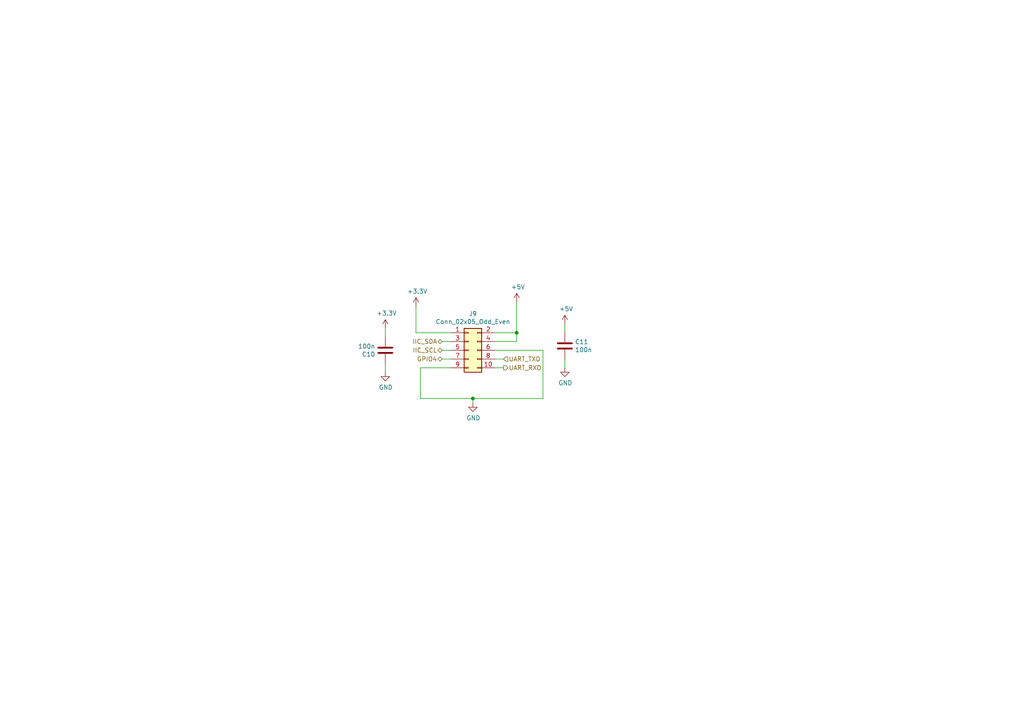
<source format=kicad_sch>
(kicad_sch (version 20230121) (generator eeschema)
  (paper "A4")
  (title_block (title "WS2812 Simple Controller") (date "2023-03-09") (company "Stefan Misik") (comment 1 "RPi RTC Module"))
  (lib_symbols
    (symbol "Connector_Generic:Conn_02x05_Odd_Even" (pin_names (offset 1.016) hide)
      (property "Reference" "J" (at 1.27 7.62 0))
      (property "Value" "Conn_02x05_Odd_Even" (at 1.27 -7.62 0))
      (symbol "Conn_02x05_Odd_Even_1_1"
        (rectangle (start -1.27 -4.953) (end 0 -5.207) (stroke (width 0.1524)))
        (rectangle (start -1.27 -2.413) (end 0 -2.667) (stroke (width 0.1524)))
        (rectangle (start -1.27 0.127) (end 0 -0.127) (stroke (width 0.1524)))
        (rectangle (start -1.27 2.667) (end 0 2.413) (stroke (width 0.1524)))
        (rectangle (start -1.27 5.207) (end 0 4.953) (stroke (width 0.1524)))
        (rectangle (start -1.27 6.35) (end 3.81 -6.35) (stroke (width 0.254)) (fill (type background)))
        (rectangle (start 3.81 -4.953) (end 2.54 -5.207) (stroke (width 0.1524)))
        (rectangle (start 3.81 -2.413) (end 2.54 -2.667) (stroke (width 0.1524)))
        (rectangle (start 3.81 0.127) (end 2.54 -0.127) (stroke (width 0.1524)))
        (rectangle (start 3.81 2.667) (end 2.54 2.413) (stroke (width 0.1524)))
        (rectangle (start 3.81 5.207) (end 2.54 4.953) (stroke (width 0.1524)))
        (pin passive line (at -5.08 5.08 0) (length 3.81) (name "Pin_1") (number "1"))
        (pin passive line (at 7.62 -5.08 180) (length 3.81) (name "Pin_10") (number "10"))
        (pin passive line (at 7.62 5.08 180) (length 3.81) (name "Pin_2") (number "2"))
        (pin passive line (at -5.08 2.54 0) (length 3.81) (name "Pin_3") (number "3"))
        (pin passive line (at 7.62 2.54 180) (length 3.81) (name "Pin_4") (number "4"))
        (pin passive line (at -5.08 0 0) (length 3.81) (name "Pin_5") (number "5"))
        (pin passive line (at 7.62 0 180) (length 3.81) (name "Pin_6") (number "6"))
        (pin passive line (at -5.08 -2.54 0) (length 3.81) (name "Pin_7") (number "7"))
        (pin passive line (at 7.62 -2.54 180) (length 3.81) (name "Pin_8") (number "8"))
        (pin passive line (at -5.08 -5.08 0) (length 3.81) (name "Pin_9") (number "9"))
      )
    )
    (symbol "Device:C" (pin_numbers hide) (pin_names (offset 0.254))
      (property "Reference" "C" (at 0.635 2.54 0))
      (property "Value" "C" (at 0.635 -2.54 0))
      (symbol "C_0_1"
        (polyline (pts (xy -2.032 -0.762) (xy 2.032 -0.762)) (stroke (width 0.508)))
        (polyline (pts (xy -2.032 0.762) (xy 2.032 0.762)) (stroke (width 0.508)))
      )
      (symbol "C_1_1"
        (pin passive line (at 0 3.81 270) (length 2.794) (name "~") (number "1"))
        (pin passive line (at 0 -3.81 90) (length 2.794) (name "~") (number "2"))
      )
    )
    (symbol "power:+3.3V" (power) (pin_names (offset 0))
      (property "Value" "+3.3V" (at 0 3.556 0))
      (symbol "+3.3V_0_1"
        (polyline (pts (xy -0.762 1.27) (xy 0 2.54)))
        (polyline (pts (xy 0 0) (xy 0 2.54)))
        (polyline (pts (xy 0 2.54) (xy 0.762 1.27)))
      )
      (symbol "+3.3V_1_1"
        (pin power_in line (at 0 0 90) (length 0) hide (name "+3.3V") (number "1"))
      )
    )
    (symbol "power:+5V" (power) (pin_names (offset 0))
      (property "Value" "+5V" (at 0 3.556 0))
      (symbol "+5V_0_1"
        (polyline (pts (xy -0.762 1.27) (xy 0 2.54)))
        (polyline (pts (xy 0 0) (xy 0 2.54)))
        (polyline (pts (xy 0 2.54) (xy 0.762 1.27)))
      )
      (symbol "+5V_1_1"
        (pin power_in line (at 0 0 90) (length 0) hide (name "+5V") (number "1"))
      )
    )
    (symbol "power:GND" (power) (pin_names (offset 0))
      (property "Value" "GND" (at 0 -3.81 0))
      (symbol "GND_0_1"
        (polyline (pts (xy 0 0) (xy 0 -1.27) (xy 1.27 -1.27) (xy 0 -2.54) (xy -1.27 -1.27) (xy 0 -1.27)))
      )
      (symbol "GND_1_1"
        (pin power_in line (at 0 0 270) (length 0) hide (name "GND") (number "1"))
      )
    )
  )
  (junction (at 137.16 115.57))
  (junction (at 149.86 96.52))
  (wire (pts (xy 130.81 99.06) (xy 128.27 99.06)))
  (wire (pts (xy 121.92 106.68) (xy 130.81 106.68)))
  (wire (pts (xy 120.65 96.52) (xy 120.65 88.9)))
  (wire (pts (xy 163.83 93.98) (xy 163.83 96.52)))
  (wire (pts (xy 149.86 99.06) (xy 149.86 96.52)))
  (wire (pts (xy 143.51 106.68) (xy 146.05 106.68)))
  (wire (pts (xy 121.92 115.57) (xy 121.92 106.68)))
  (wire (pts (xy 157.48 115.57) (xy 137.16 115.57)))
  (wire (pts (xy 128.27 104.14) (xy 130.81 104.14)))
  (wire (pts (xy 130.81 101.6) (xy 128.27 101.6)))
  (wire (pts (xy 143.51 104.14) (xy 146.05 104.14)))
  (wire (pts (xy 149.86 96.52) (xy 143.51 96.52)))
  (wire (pts (xy 130.81 96.52) (xy 120.65 96.52)))
  (wire (pts (xy 157.48 101.6) (xy 157.48 115.57)))
  (wire (pts (xy 143.51 99.06) (xy 149.86 99.06)))
  (wire (pts (xy 111.76 105.41) (xy 111.76 107.95)))
  (wire (pts (xy 137.16 115.57) (xy 121.92 115.57)))
  (wire (pts (xy 137.16 115.57) (xy 137.16 116.84)))
  (wire (pts (xy 163.83 106.68) (xy 163.83 104.14)))
  (wire (pts (xy 111.76 97.79) (xy 111.76 95.25)))
  (wire (pts (xy 149.86 87.63) (xy 149.86 96.52)))
  (wire (pts (xy 157.48 101.6) (xy 143.51 101.6)))
  (hierarchical_label "IIC_SDA" (shape bidirectional) (at 128.27 99.06 180))
  (hierarchical_label "UART_TXD" (shape input) (at 146.05 104.14 0))
  (hierarchical_label "UART_RXD" (shape output) (at 146.05 106.68 0))
  (hierarchical_label "GPIO4" (shape bidirectional) (at 128.27 104.14 180))
  (hierarchical_label "IIC_SCL" (shape bidirectional) (at 128.27 101.6 180))
  (symbol (lib_id "Connector_Generic:Conn_02x05_Odd_Even") (at 135.89 101.6 0) (unit 1)
    (property "Reference" "J9" (at 137.16 91.0082 0))
    (property "Value" "Conn_02x05_Odd_Even" (at 137.16 93.3196 0))
    (property "Footprint" "Connector_PinHeader_2.54mm:PinHeader_2x05_P2.54mm_Vertical" (effects hide))
    (instances (project "simple_control" (path "" (reference "J9") (unit 1)) (path "" (reference "J1401") (unit 1))) (project "control" (path "" (reference "J301") (unit 1))))
  )
  (symbol (lib_id "Device:C") (at 111.76 101.6 180) (unit 1)
    (property "Reference" "C10" (at 108.839 102.7684 0) (effects (justify left)))
    (property "Value" "100n" (at 108.839 100.457 0) (effects (justify left)))
    (property "Footprint" "Capacitor_SMD:C_0805_2012Metric_Pad1.18x1.45mm_HandSolder" (effects hide))
    (instances (project "simple_control" (path "" (reference "C10") (unit 1)) (path "" (reference "C1402") (unit 1))) (project "control" (path "" (reference "C304") (unit 1))))
  )
  (symbol (lib_id "power:+3.3V") (at 120.65 88.9 0) (unit 1)
    (property "Reference" "#PWR047" (effects hide))
    (property "Value" "+3.3V" (at 121.031 84.5058 0))
    (instances (project "simple_control" (path "" (reference "#PWR047") (unit 1)) (path "" (reference "#PWR01402") (unit 1))) (project "control" (path "" (reference "#PWR0303") (unit 1))))
  )
  (symbol (lib_id "power:GND") (at 163.83 106.68 0) (unit 1)
    (property "Reference" "#PWR051" (effects hide))
    (property "Value" "GND" (at 163.957 111.0742 0))
    (instances (project "simple_control" (path "" (reference "#PWR051") (unit 1)) (path "" (reference "#PWR01405") (unit 1))) (project "control" (path "" (reference "#PWR0307") (unit 1))))
  )
  (symbol (lib_id "Device:C") (at 163.83 100.33 0) (unit 1)
    (property "Reference" "C11" (at 166.751 99.1616 0) (effects (justify left)))
    (property "Value" "100n" (at 166.751 101.473 0) (effects (justify left)))
    (property "Footprint" "Capacitor_SMD:C_0805_2012Metric_Pad1.18x1.45mm_HandSolder" (effects hide))
    (instances (project "simple_control" (path "" (reference "C11") (unit 1)) (path "" (reference "C1401") (unit 1))) (project "control" (path "" (reference "C303") (unit 1))))
  )
  (symbol (lib_id "power:+5V") (at 149.86 87.63 0) (unit 1)
    (property "Reference" "#PWR049" (effects hide))
    (property "Value" "+5V" (at 150.241 83.2358 0))
    (instances (project "simple_control" (path "" (reference "#PWR049") (unit 1)) (path "" (reference "#PWR01401") (unit 1))) (project "control" (path "" (reference "#PWR0302") (unit 1))))
  )
  (symbol (lib_id "power:GND") (at 111.76 107.95 0) (unit 1)
    (property "Reference" "#PWR046" (effects hide))
    (property "Value" "GND" (at 111.887 112.3442 0))
    (instances (project "simple_control" (path "" (reference "#PWR046") (unit 1)) (path "" (reference "#PWR01406") (unit 1))) (project "control" (path "" (reference "#PWR0308") (unit 1))))
  )
  (symbol (lib_id "power:+3.3V") (at 111.76 95.25 0) (unit 1)
    (property "Reference" "#PWR045" (effects hide))
    (property "Value" "+3.3V" (at 112.141 90.8558 0))
    (instances (project "simple_control" (path "" (reference "#PWR045") (unit 1)) (path "" (reference "#PWR01404") (unit 1))) (project "control" (path "" (reference "#PWR0305") (unit 1))))
  )
  (symbol (lib_id "power:GND") (at 137.16 116.84 0) (unit 1)
    (property "Reference" "#PWR048" (effects hide))
    (property "Value" "GND" (at 137.287 121.2342 0))
    (instances (project "simple_control" (path "" (reference "#PWR048") (unit 1)) (path "" (reference "#PWR01407") (unit 1))) (project "control" (path "" (reference "#PWR0312") (unit 1))))
  )
  (symbol (lib_id "power:+5V") (at 163.83 93.98 0) (unit 1)
    (property "Reference" "#PWR050" (effects hide))
    (property "Value" "+5V" (at 164.211 89.5858 0))
    (instances (project "simple_control" (path "" (reference "#PWR050") (unit 1)) (path "" (reference "#PWR01403") (unit 1))) (project "control" (path "" (reference "#PWR0304") (unit 1))))
  )
)
</source>
